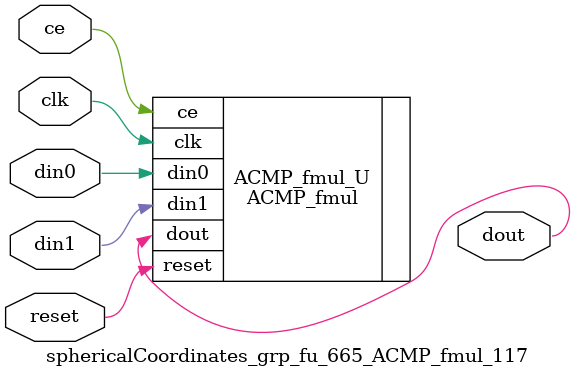
<source format=v>

`timescale 1 ns / 1 ps
module sphericalCoordinates_grp_fu_665_ACMP_fmul_117(
    clk,
    reset,
    ce,
    din0,
    din1,
    dout);

parameter ID = 32'd1;
parameter NUM_STAGE = 32'd1;
parameter din0_WIDTH = 32'd1;
parameter din1_WIDTH = 32'd1;
parameter dout_WIDTH = 32'd1;
input clk;
input reset;
input ce;
input[din0_WIDTH - 1:0] din0;
input[din1_WIDTH - 1:0] din1;
output[dout_WIDTH - 1:0] dout;



ACMP_fmul #(
.ID( ID ),
.NUM_STAGE( 4 ),
.din0_WIDTH( din0_WIDTH ),
.din1_WIDTH( din1_WIDTH ),
.dout_WIDTH( dout_WIDTH ))
ACMP_fmul_U(
    .clk( clk ),
    .reset( reset ),
    .ce( ce ),
    .din0( din0 ),
    .din1( din1 ),
    .dout( dout ));

endmodule

</source>
